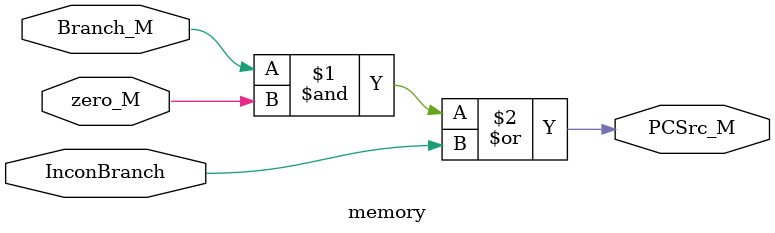
<source format=sv>

module memory (input logic Branch_M, zero_M, 
					input logic InconBranch,
			   output logic PCSrc_M);

	assign PCSrc_M = (Branch_M & zero_M) | InconBranch;

endmodule


</source>
